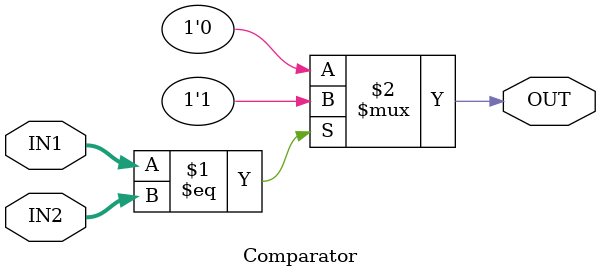
<source format=v>
module Comparator (
input  wire [31:0] IN1,
input  wire [31:0] IN2,
output wire        OUT   
);

assign OUT = (IN1 == IN2 )? 1'b1:1'b0;

endmodule

</source>
